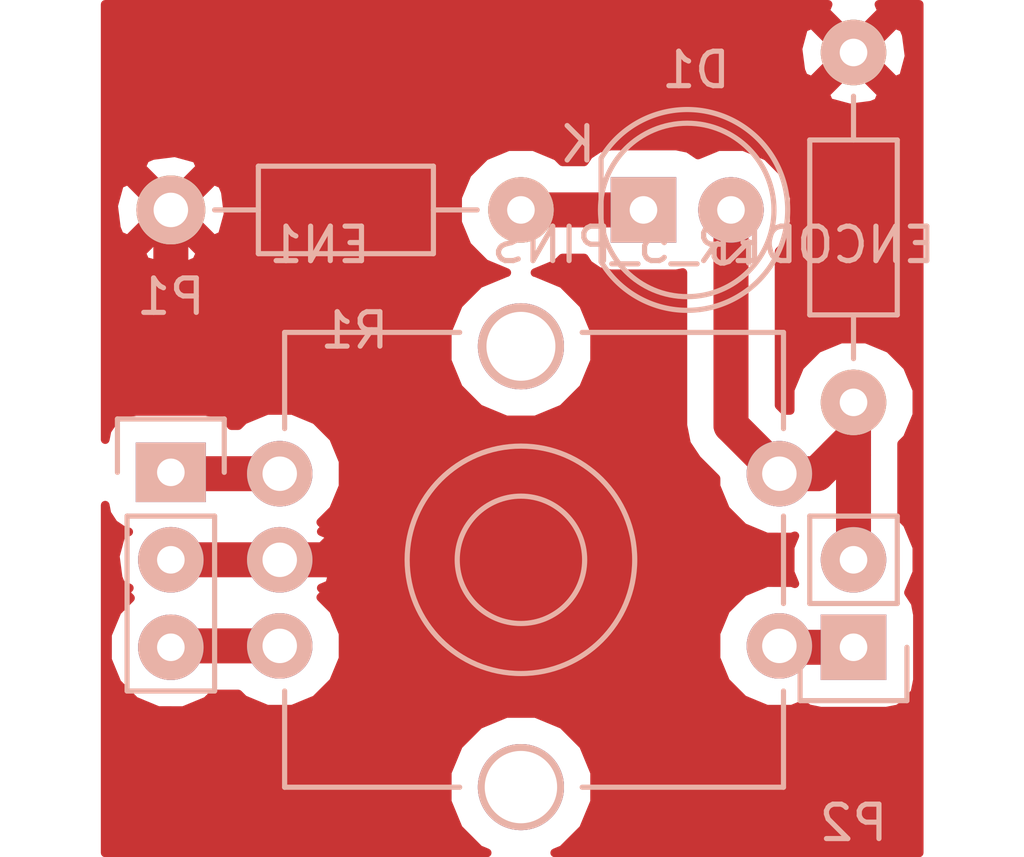
<source format=kicad_pcb>
(kicad_pcb (version 4) (host pcbnew "(2015-07-07 BZR 5906)-product")

  (general
    (links 10)
    (no_connects 0)
    (area 111.169667 87.188 142.322334 112.809)
    (thickness 1.6)
    (drawings 0)
    (tracks 23)
    (zones 0)
    (modules 6)
    (nets 7)
  )

  (page A4)
  (layers
    (0 F.Cu signal)
    (31 B.Cu signal)
    (32 B.Adhes user)
    (33 F.Adhes user)
    (34 B.Paste user)
    (35 F.Paste user)
    (36 B.SilkS user)
    (37 F.SilkS user)
    (38 B.Mask user)
    (39 F.Mask user)
    (40 Dwgs.User user)
    (41 Cmts.User user)
    (42 Eco1.User user)
    (43 Eco2.User user)
    (44 Edge.Cuts user)
    (45 Margin user)
    (46 B.CrtYd user)
    (47 F.CrtYd user)
    (48 B.Fab user)
    (49 F.Fab user)
  )

  (setup
    (last_trace_width 1.016)
    (trace_clearance 0.762)
    (zone_clearance 0.508)
    (zone_45_only no)
    (trace_min 0.2)
    (segment_width 0.2)
    (edge_width 0.1)
    (via_size 0.6)
    (via_drill 0.4)
    (via_min_size 0.4)
    (via_min_drill 0.3)
    (uvia_size 0.3)
    (uvia_drill 0.1)
    (uvias_allowed no)
    (uvia_min_size 0)
    (uvia_min_drill 0)
    (pcb_text_width 0.3)
    (pcb_text_size 1.5 1.5)
    (mod_edge_width 0.15)
    (mod_text_size 1 1)
    (mod_text_width 0.15)
    (pad_size 1.9 1.9)
    (pad_drill 1)
    (pad_to_mask_clearance 0)
    (aux_axis_origin 0 0)
    (visible_elements FFFFFF1F)
    (pcbplotparams
      (layerselection 0x00000_00000001)
      (usegerberextensions false)
      (excludeedgelayer true)
      (linewidth 0.100000)
      (plotframeref false)
      (viasonmask false)
      (mode 1)
      (useauxorigin false)
      (hpglpennumber 1)
      (hpglpenspeed 20)
      (hpglpendiameter 15)
      (hpglpenoverlay 2)
      (psnegative false)
      (psa4output false)
      (plotreference true)
      (plotvalue true)
      (plotinvisibletext false)
      (padsonsilk false)
      (subtractmaskfromsilk false)
      (outputformat 1)
      (mirror false)
      (drillshape 0)
      (scaleselection 1)
      (outputdirectory Gerbers))
  )

  (net 0 "")
  (net 1 "Net-(D1-Pad1)")
  (net 2 "Net-(D1-Pad2)")
  (net 3 "Net-(EN1-Pad1)")
  (net 4 GND)
  (net 5 "Net-(EN1-Pad3)")
  (net 6 "Net-(EN1-Pad4)")

  (net_class Default "This is the default net class."
    (clearance 0.762)
    (trace_width 1.016)
    (via_dia 0.6)
    (via_drill 0.4)
    (uvia_dia 0.3)
    (uvia_drill 0.1)
    (add_net GND)
    (add_net "Net-(D1-Pad1)")
    (add_net "Net-(D1-Pad2)")
    (add_net "Net-(EN1-Pad1)")
    (add_net "Net-(EN1-Pad3)")
    (add_net "Net-(EN1-Pad4)")
  )

  (module LEDs:LED-5MM (layer B.Cu) (tedit 55D44ED8) (tstamp 55D449CE)
    (at 102.616 98.552)
    (descr "LED 5mm round vertical")
    (tags "LED 5mm round vertical")
    (path /55D449BB)
    (fp_text reference D1 (at 1.524 -4.064) (layer B.SilkS)
      (effects (font (size 1 1) (thickness 0.15)) (justify mirror))
    )
    (fp_text value LED (at 1.524 3.937) (layer B.Fab)
      (effects (font (size 1 1) (thickness 0.15)) (justify mirror))
    )
    (fp_line (start -1.5 1.55) (end -1.5 -1.55) (layer B.CrtYd) (width 0.05))
    (fp_arc (start 1.3 0) (end -1.5 -1.55) (angle 302) (layer B.CrtYd) (width 0.05))
    (fp_arc (start 1.27 0) (end -1.23 1.5) (angle -297.5) (layer B.SilkS) (width 0.15))
    (fp_line (start -1.23 -1.5) (end -1.23 1.5) (layer B.SilkS) (width 0.15))
    (fp_circle (center 1.27 0) (end 0.97 2.5) (layer B.SilkS) (width 0.15))
    (fp_text user K (at -1.905 -1.905) (layer B.SilkS)
      (effects (font (size 1 1) (thickness 0.15)) (justify mirror))
    )
    (pad 1 thru_hole rect (at 0 0 270) (size 1.9 1.9) (drill 0.8) (layers *.Cu *.Mask B.SilkS)
      (net 1 "Net-(D1-Pad1)"))
    (pad 2 thru_hole circle (at 2.54 0) (size 1.9 1.9) (drill 0.8) (layers *.Cu *.Mask B.SilkS)
      (net 2 "Net-(D1-Pad2)"))
    (model LEDs.3dshapes/LED-5MM.wrl
      (at (xyz 0.05 0 0))
      (scale (xyz 1 1 1))
      (rotate (xyz 0 0 90))
    )
  )

  (module library:ENCODER_5_PINS (layer B.Cu) (tedit 55D4669C) (tstamp 55D449D9)
    (at 99.06 108.712)
    (path /55D44863)
    (fp_text reference EN1 (at -5.842 -9.144) (layer B.SilkS)
      (effects (font (size 1 1) (thickness 0.15)) (justify mirror))
    )
    (fp_text value ENCODER_5_PINS (at 5.588 -9.144) (layer B.SilkS)
      (effects (font (size 1 1) (thickness 0.15)) (justify mirror))
    )
    (fp_line (start 7.62 6.604) (end 7.62 3.81) (layer B.SilkS) (width 0.15))
    (fp_line (start 7.62 -1.27) (end 7.62 1.27) (layer B.SilkS) (width 0.15))
    (fp_line (start 7.62 -3.81) (end 7.62 -6.604) (layer B.SilkS) (width 0.15))
    (fp_line (start -6.858 -6.604) (end -1.778 -6.604) (layer B.SilkS) (width 0.15))
    (fp_line (start -6.858 -3.81) (end -6.858 -6.604) (layer B.SilkS) (width 0.15))
    (fp_line (start -6.858 6.604) (end -6.858 3.81) (layer B.SilkS) (width 0.15))
    (fp_circle (center 0 0) (end -0.508 1.778) (layer B.SilkS) (width 0.15))
    (fp_circle (center 0 0) (end -1.27 3.048) (layer B.SilkS) (width 0.15))
    (fp_line (start 7.62 -6.604) (end 1.778 -6.604) (layer B.SilkS) (width 0.15))
    (fp_line (start 1.778 6.604) (end 7.62 6.604) (layer B.SilkS) (width 0.15))
    (fp_line (start -6.858 6.604) (end -1.778 6.604) (layer B.SilkS) (width 0.15))
    (pad 1 thru_hole circle (at -7 2.5) (size 1.9 1.9) (drill 1) (layers *.Cu *.Mask B.SilkS)
      (net 3 "Net-(EN1-Pad1)"))
    (pad 2 thru_hole circle (at -7 0) (size 1.9 1.9) (drill 1) (layers *.Cu *.Mask B.SilkS)
      (net 4 GND))
    (pad 3 thru_hole circle (at -7 -2.5) (size 1.9 1.9) (drill 1) (layers *.Cu *.Mask B.SilkS)
      (net 5 "Net-(EN1-Pad3)"))
    (pad 4 thru_hole circle (at 7.5 2.5) (size 1.9 1.9) (drill 1) (layers *.Cu *.Mask B.SilkS)
      (net 6 "Net-(EN1-Pad4)"))
    (pad 5 thru_hole circle (at 7.5 -2.5) (size 1.9 1.9) (drill 1) (layers *.Cu *.Mask B.SilkS)
      (net 2 "Net-(D1-Pad2)"))
    (pad "" np_thru_hole circle (at 0 6.6) (size 2.5 2.5) (drill 2.1) (layers *.Cu *.Mask B.SilkS))
    (pad "" np_thru_hole circle (at 0 -6.2) (size 2.5 2.5) (drill 2) (layers *.Cu *.Mask B.SilkS))
  )

  (module Pin_Headers:Pin_Header_Straight_1x03 (layer B.Cu) (tedit 55D44E52) (tstamp 55D449E0)
    (at 88.9 106.172 180)
    (descr "Through hole pin header")
    (tags "pin header")
    (path /55D448B9)
    (fp_text reference P1 (at 0 5.1 180) (layer B.SilkS)
      (effects (font (size 1 1) (thickness 0.15)) (justify mirror))
    )
    (fp_text value CONN_01X03 (at 0 3.1 180) (layer B.Fab)
      (effects (font (size 1 1) (thickness 0.15)) (justify mirror))
    )
    (fp_line (start -1.75 1.75) (end -1.75 -6.85) (layer B.CrtYd) (width 0.05))
    (fp_line (start 1.75 1.75) (end 1.75 -6.85) (layer B.CrtYd) (width 0.05))
    (fp_line (start -1.75 1.75) (end 1.75 1.75) (layer B.CrtYd) (width 0.05))
    (fp_line (start -1.75 -6.85) (end 1.75 -6.85) (layer B.CrtYd) (width 0.05))
    (fp_line (start -1.27 -1.27) (end -1.27 -6.35) (layer B.SilkS) (width 0.15))
    (fp_line (start -1.27 -6.35) (end 1.27 -6.35) (layer B.SilkS) (width 0.15))
    (fp_line (start 1.27 -6.35) (end 1.27 -1.27) (layer B.SilkS) (width 0.15))
    (fp_line (start 1.55 1.55) (end 1.55 0) (layer B.SilkS) (width 0.15))
    (fp_line (start 1.27 -1.27) (end -1.27 -1.27) (layer B.SilkS) (width 0.15))
    (fp_line (start -1.55 0) (end -1.55 1.55) (layer B.SilkS) (width 0.15))
    (fp_line (start -1.55 1.55) (end 1.55 1.55) (layer B.SilkS) (width 0.15))
    (pad 1 thru_hole rect (at 0 0 180) (size 2.032 1.7272) (drill 0.8) (layers *.Cu *.Mask B.SilkS)
      (net 5 "Net-(EN1-Pad3)"))
    (pad 2 thru_hole circle (at 0 -2.54 180) (size 1.9 1.9) (drill 0.8) (layers *.Cu *.Mask B.SilkS)
      (net 4 GND))
    (pad 3 thru_hole circle (at 0 -5.08 180) (size 1.9 1.9) (drill 0.8) (layers *.Cu *.Mask B.SilkS)
      (net 3 "Net-(EN1-Pad1)"))
    (model Pin_Headers.3dshapes/Pin_Header_Straight_1x03.wrl
      (at (xyz 0 -0.1 0))
      (scale (xyz 1 1 1))
      (rotate (xyz 0 0 90))
    )
  )

  (module Pin_Headers:Pin_Header_Straight_1x02 (layer B.Cu) (tedit 55D44F26) (tstamp 55D449E6)
    (at 108.712 111.252)
    (descr "Through hole pin header")
    (tags "pin header")
    (path /55D44DD7)
    (fp_text reference P2 (at 0 5.1) (layer B.SilkS)
      (effects (font (size 1 1) (thickness 0.15)) (justify mirror))
    )
    (fp_text value CONN_01X02 (at 0 3.1) (layer B.Fab)
      (effects (font (size 1 1) (thickness 0.15)) (justify mirror))
    )
    (fp_line (start 1.27 -1.27) (end 1.27 -3.81) (layer B.SilkS) (width 0.15))
    (fp_line (start 1.55 1.55) (end 1.55 0) (layer B.SilkS) (width 0.15))
    (fp_line (start -1.75 1.75) (end -1.75 -4.3) (layer B.CrtYd) (width 0.05))
    (fp_line (start 1.75 1.75) (end 1.75 -4.3) (layer B.CrtYd) (width 0.05))
    (fp_line (start -1.75 1.75) (end 1.75 1.75) (layer B.CrtYd) (width 0.05))
    (fp_line (start -1.75 -4.3) (end 1.75 -4.3) (layer B.CrtYd) (width 0.05))
    (fp_line (start 1.27 -1.27) (end -1.27 -1.27) (layer B.SilkS) (width 0.15))
    (fp_line (start -1.55 0) (end -1.55 1.55) (layer B.SilkS) (width 0.15))
    (fp_line (start -1.55 1.55) (end 1.55 1.55) (layer B.SilkS) (width 0.15))
    (fp_line (start -1.27 -1.27) (end -1.27 -3.81) (layer B.SilkS) (width 0.15))
    (fp_line (start -1.27 -3.81) (end 1.27 -3.81) (layer B.SilkS) (width 0.15))
    (pad 1 thru_hole rect (at 0 0) (size 1.9 1.9) (drill 0.8) (layers *.Cu *.Mask B.SilkS)
      (net 6 "Net-(EN1-Pad4)"))
    (pad 2 thru_hole circle (at 0 -2.54) (size 1.9 1.9) (drill 0.8) (layers *.Cu *.Mask B.SilkS)
      (net 2 "Net-(D1-Pad2)"))
    (model Pin_Headers.3dshapes/Pin_Header_Straight_1x02.wrl
      (at (xyz 0 -0.05 0))
      (scale (xyz 1 1 1))
      (rotate (xyz 0 0 90))
    )
  )

  (module Resistors_ThroughHole:Resistor_Horizontal_RM10mm (layer B.Cu) (tedit 55D44EC6) (tstamp 55D449EC)
    (at 93.98 98.552)
    (descr "Resistor, Axial,  RM 10mm, 1/3W,")
    (tags "Resistor, Axial, RM 10mm, 1/3W,")
    (path /55D44AB1)
    (fp_text reference R1 (at 0.24892 3.50012) (layer B.SilkS)
      (effects (font (size 1 1) (thickness 0.15)) (justify mirror))
    )
    (fp_text value R (at 3.81 -3.81) (layer B.Fab)
      (effects (font (size 1 1) (thickness 0.15)) (justify mirror))
    )
    (fp_line (start -2.54 1.27) (end 2.54 1.27) (layer B.SilkS) (width 0.15))
    (fp_line (start 2.54 1.27) (end 2.54 -1.27) (layer B.SilkS) (width 0.15))
    (fp_line (start 2.54 -1.27) (end -2.54 -1.27) (layer B.SilkS) (width 0.15))
    (fp_line (start -2.54 -1.27) (end -2.54 1.27) (layer B.SilkS) (width 0.15))
    (fp_line (start -2.54 0) (end -3.81 0) (layer B.SilkS) (width 0.15))
    (fp_line (start 2.54 0) (end 3.81 0) (layer B.SilkS) (width 0.15))
    (pad 1 thru_hole circle (at -5.08 0) (size 1.99898 1.99898) (drill 1.00076) (layers *.Cu *.SilkS *.Mask)
      (net 4 GND))
    (pad 2 thru_hole circle (at 5.08 0) (size 1.9 1.9) (drill 0.8) (layers *.Cu *.SilkS *.Mask)
      (net 1 "Net-(D1-Pad1)"))
    (model Resistors_ThroughHole.3dshapes/Resistor_Horizontal_RM10mm.wrl
      (at (xyz 0 0 0))
      (scale (xyz 0.4 0.4 0.4))
      (rotate (xyz 0 0 0))
    )
  )

  (module Resistors_ThroughHole:Resistor_Horizontal_RM10mm (layer B.Cu) (tedit 55D44F17) (tstamp 55D449F2)
    (at 108.712 99.06 270)
    (descr "Resistor, Axial,  RM 10mm, 1/3W,")
    (tags "Resistor, Axial, RM 10mm, 1/3W,")
    (path /55D44AE4)
    (fp_text reference R2 (at 0.24892 3.50012 270) (layer B.SilkS)
      (effects (font (size 1 1) (thickness 0.15)) (justify mirror))
    )
    (fp_text value R (at 3.81 -3.81 270) (layer B.Fab)
      (effects (font (size 1 1) (thickness 0.15)) (justify mirror))
    )
    (fp_line (start -2.54 1.27) (end 2.54 1.27) (layer B.SilkS) (width 0.15))
    (fp_line (start 2.54 1.27) (end 2.54 -1.27) (layer B.SilkS) (width 0.15))
    (fp_line (start 2.54 -1.27) (end -2.54 -1.27) (layer B.SilkS) (width 0.15))
    (fp_line (start -2.54 -1.27) (end -2.54 1.27) (layer B.SilkS) (width 0.15))
    (fp_line (start -2.54 0) (end -3.81 0) (layer B.SilkS) (width 0.15))
    (fp_line (start 2.54 0) (end 3.81 0) (layer B.SilkS) (width 0.15))
    (pad 1 thru_hole circle (at -5.08 0 270) (size 1.9 1.9) (drill 0.8) (layers *.Cu *.SilkS *.Mask)
      (net 4 GND))
    (pad 2 thru_hole circle (at 5.08 0 270) (size 1.9 1.9) (drill 0.8) (layers *.Cu *.SilkS *.Mask)
      (net 2 "Net-(D1-Pad2)"))
    (model Resistors_ThroughHole.3dshapes/Resistor_Horizontal_RM10mm.wrl
      (at (xyz 0 0 0))
      (scale (xyz 0.4 0.4 0.4))
      (rotate (xyz 0 0 0))
    )
  )

  (segment (start 99.06 98.552) (end 102.616 98.552) (width 1.016) (layer F.Cu) (net 1))
  (segment (start 105.156 98.552) (end 105.156 104.808) (width 1.016) (layer F.Cu) (net 2))
  (segment (start 105.156 104.808) (end 106.56 106.212) (width 1.016) (layer F.Cu) (net 2) (tstamp 55D44D98))
  (segment (start 106.56 106.212) (end 107.656 106.212) (width 1.016) (layer F.Cu) (net 2))
  (segment (start 108.204 105.664) (end 108.712 105.664) (width 1.016) (layer F.Cu) (net 2) (tstamp 55D44D8A))
  (segment (start 108.712 105.156) (end 108.204 105.664) (width 1.016) (layer F.Cu) (net 2) (tstamp 55D44D88))
  (segment (start 107.656 106.212) (end 108.712 105.156) (width 1.016) (layer F.Cu) (net 2) (tstamp 55D44D87))
  (segment (start 108.712 108.712) (end 108.712 105.664) (width 1.016) (layer F.Cu) (net 2))
  (segment (start 108.712 105.664) (end 108.712 104.14) (width 1.016) (layer F.Cu) (net 2) (tstamp 55D44D8B))
  (segment (start 92.06 111.212) (end 88.94 111.212) (width 1.016) (layer F.Cu) (net 3))
  (segment (start 88.94 111.212) (end 88.9 111.252) (width 1.016) (layer F.Cu) (net 3) (tstamp 55D44D90))
  (segment (start 92.06 108.712) (end 93.428 108.712) (width 1.016) (layer F.Cu) (net 4))
  (segment (start 88.9 101.92) (end 88.9 98.552) (width 1.016) (layer F.Cu) (net 4) (tstamp 55D44F5E))
  (segment (start 89.56 102.58) (end 88.9 101.92) (width 1.016) (layer F.Cu) (net 4) (tstamp 55D44F5B))
  (segment (start 92.06 102.58) (end 89.56 102.58) (width 1.016) (layer F.Cu) (net 4) (tstamp 55D44F5A))
  (segment (start 94.56 105.08) (end 92.06 102.58) (width 1.016) (layer F.Cu) (net 4) (tstamp 55D44F59))
  (segment (start 94.56 107.58) (end 94.56 105.08) (width 1.016) (layer F.Cu) (net 4) (tstamp 55D44F58))
  (segment (start 93.428 108.712) (end 94.56 107.58) (width 1.016) (layer F.Cu) (net 4) (tstamp 55D44F57))
  (segment (start 92.06 108.712) (end 88.9 108.712) (width 1.016) (layer F.Cu) (net 4))
  (segment (start 92.06 106.212) (end 88.94 106.212) (width 1.016) (layer F.Cu) (net 5))
  (segment (start 88.94 106.212) (end 88.9 106.172) (width 1.016) (layer F.Cu) (net 5) (tstamp 55D44D93))
  (segment (start 108.712 111.252) (end 106.6 111.252) (width 1.016) (layer F.Cu) (net 6))
  (segment (start 106.6 111.252) (end 106.56 111.212) (width 1.016) (layer F.Cu) (net 6) (tstamp 55D44D8D))

  (zone (net 4) (net_name GND) (layer F.Cu) (tstamp 55D44DB8) (hatch edge 0.508)
    (connect_pads (clearance 0.508))
    (min_thickness 0.254)
    (fill yes (arc_segments 16) (thermal_gap 0.508) (thermal_bridge_width 0.8))
    (polygon
      (pts
        (xy 86.868 112.776) (xy 86.868 117.348) (xy 110.744 117.348) (xy 110.744 92.456) (xy 86.868 92.456)
        (xy 86.868 108.712)
      )
    )
    (filled_polygon
      (pts
        (xy 107.892815 92.774734) (xy 108.712 93.59392) (xy 109.531185 92.774734) (xy 109.449555 92.583) (xy 110.617 92.583)
        (xy 110.617 117.221) (xy 100.041145 117.221) (xy 100.270063 117.126413) (xy 100.872298 116.525228) (xy 101.198627 115.73934)
        (xy 101.19937 114.888393) (xy 100.874413 114.101937) (xy 100.273228 113.499702) (xy 99.48734 113.173373) (xy 98.636393 113.17263)
        (xy 97.849937 113.497587) (xy 97.247702 114.098772) (xy 96.921373 114.88466) (xy 96.92063 115.735607) (xy 97.245587 116.522063)
        (xy 97.846772 117.124298) (xy 98.079656 117.221) (xy 86.995 117.221) (xy 86.995 107.125367) (xy 87.043352 107.374572)
        (xy 87.239057 107.672498) (xy 87.534503 107.871927) (xy 87.676778 107.90046) (xy 87.450911 107.996622) (xy 87.287454 108.605619)
        (xy 87.369491 109.230811) (xy 87.450911 109.427378) (xy 87.694732 109.531184) (xy 87.565996 109.65992) (xy 87.728781 109.822705)
        (xy 87.341881 110.20893) (xy 87.06132 110.884595) (xy 87.060682 111.616195) (xy 87.340063 112.292349) (xy 87.85693 112.810119)
        (xy 88.532595 113.09068) (xy 89.264195 113.091318) (xy 89.940349 112.811937) (xy 90.143641 112.609) (xy 90.856092 112.609)
        (xy 91.01693 112.770119) (xy 91.692595 113.05068) (xy 92.424195 113.051318) (xy 93.100349 112.771937) (xy 93.618119 112.25507)
        (xy 93.89868 111.579405) (xy 93.899318 110.847805) (xy 93.619937 110.171651) (xy 93.251427 109.802497) (xy 93.394004 109.65992)
        (xy 93.265268 109.531184) (xy 93.509089 109.427378) (xy 93.672546 108.818381) (xy 93.590509 108.193189) (xy 93.509089 107.996622)
        (xy 93.265268 107.892816) (xy 93.394004 107.76408) (xy 93.251237 107.621313) (xy 93.618119 107.25507) (xy 93.89868 106.579405)
        (xy 93.899318 105.847805) (xy 93.619937 105.171651) (xy 93.10307 104.653881) (xy 92.427405 104.37332) (xy 91.695805 104.372682)
        (xy 91.019651 104.652063) (xy 90.856429 104.815) (xy 90.655206 104.815) (xy 90.560943 104.671502) (xy 90.265497 104.472073)
        (xy 89.916 104.401983) (xy 87.884 104.401983) (xy 87.545028 104.467752) (xy 87.247102 104.663457) (xy 87.047673 104.958903)
        (xy 86.995 105.221552) (xy 86.995 102.935607) (xy 96.92063 102.935607) (xy 97.245587 103.722063) (xy 97.846772 104.324298)
        (xy 98.63266 104.650627) (xy 99.483607 104.65137) (xy 100.270063 104.326413) (xy 100.872298 103.725228) (xy 101.198627 102.93934)
        (xy 101.19937 102.088393) (xy 100.874413 101.301937) (xy 100.273228 100.699702) (xy 99.48734 100.373373) (xy 99.467667 100.373356)
        (xy 100.100349 100.111937) (xy 100.263571 99.949) (xy 100.896315 99.949) (xy 101.021057 100.138898) (xy 101.316503 100.338327)
        (xy 101.666 100.408417) (xy 103.566 100.408417) (xy 103.759 100.37097) (xy 103.759 104.808) (xy 103.86534 105.342609)
        (xy 104.168172 105.795828) (xy 104.720881 106.348537) (xy 104.720682 106.576195) (xy 105.000063 107.252349) (xy 105.51693 107.770119)
        (xy 106.192595 108.05068) (xy 106.924195 108.051318) (xy 107.009784 108.015953) (xy 106.87332 108.344595) (xy 106.872682 109.076195)
        (xy 107.009544 109.407427) (xy 106.927405 109.37332) (xy 106.195805 109.372682) (xy 105.519651 109.652063) (xy 105.001881 110.16893)
        (xy 104.72132 110.844595) (xy 104.720682 111.576195) (xy 105.000063 112.252349) (xy 105.51693 112.770119) (xy 106.192595 113.05068)
        (xy 106.924195 113.051318) (xy 107.23903 112.921231) (xy 107.412503 113.038327) (xy 107.762 113.108417) (xy 109.662 113.108417)
        (xy 110.000972 113.042648) (xy 110.298898 112.846943) (xy 110.498327 112.551497) (xy 110.568417 112.202) (xy 110.568417 110.302)
        (xy 110.502648 109.963028) (xy 110.30727 109.6656) (xy 110.55068 109.079405) (xy 110.551318 108.347805) (xy 110.271937 107.671651)
        (xy 110.109 107.508429) (xy 110.109 105.343908) (xy 110.270119 105.18307) (xy 110.55068 104.507405) (xy 110.551318 103.775805)
        (xy 110.271937 103.099651) (xy 109.75507 102.581881) (xy 109.079405 102.30132) (xy 108.347805 102.300682) (xy 107.671651 102.580063)
        (xy 107.153881 103.09693) (xy 106.87332 103.772595) (xy 106.872796 104.373272) (xy 106.696775 104.373119) (xy 106.553 104.229344)
        (xy 106.553 99.755908) (xy 106.714119 99.59507) (xy 106.99468 98.919405) (xy 106.995318 98.187805) (xy 106.715937 97.511651)
        (xy 106.19907 96.993881) (xy 105.523405 96.71332) (xy 104.791805 96.712682) (xy 104.199536 96.957402) (xy 103.915497 96.765673)
        (xy 103.566 96.695583) (xy 101.666 96.695583) (xy 101.327028 96.761352) (xy 101.029102 96.957057) (xy 100.895488 97.155)
        (xy 100.263908 97.155) (xy 100.10307 96.993881) (xy 99.427405 96.71332) (xy 98.695805 96.712682) (xy 98.019651 96.992063)
        (xy 97.501881 97.50893) (xy 97.22132 98.184595) (xy 97.220682 98.916195) (xy 97.500063 99.592349) (xy 98.01693 100.110119)
        (xy 98.649153 100.372641) (xy 98.636393 100.37263) (xy 97.849937 100.697587) (xy 97.247702 101.298772) (xy 96.921373 102.08466)
        (xy 96.92063 102.935607) (xy 86.995 102.935607) (xy 86.995 99.793567) (xy 88.044513 99.793567) (xy 88.154543 100.042488)
        (xy 88.781673 100.214306) (xy 89.426817 100.133051) (xy 89.645457 100.042488) (xy 89.755487 99.793567) (xy 88.9 98.93808)
        (xy 88.044513 99.793567) (xy 86.995 99.793567) (xy 86.995 98.433673) (xy 87.237694 98.433673) (xy 87.318949 99.078817)
        (xy 87.409512 99.297457) (xy 87.658433 99.407487) (xy 88.51392 98.552) (xy 89.28608 98.552) (xy 90.141567 99.407487)
        (xy 90.390488 99.297457) (xy 90.562306 98.670327) (xy 90.481051 98.025183) (xy 90.390488 97.806543) (xy 90.141567 97.696513)
        (xy 89.28608 98.552) (xy 88.51392 98.552) (xy 88.51392 98.552) (xy 87.658433 97.696513) (xy 87.409512 97.806543)
        (xy 87.237694 98.433673) (xy 86.995 98.433673) (xy 86.995 97.310433) (xy 88.044513 97.310433) (xy 88.9 98.16592)
        (xy 89.755487 97.310433) (xy 89.645457 97.061512) (xy 89.018327 96.889694) (xy 88.373183 96.970949) (xy 88.154543 97.061512)
        (xy 88.044513 97.310433) (xy 86.995 97.310433) (xy 86.995 95.185266) (xy 107.892815 95.185266) (xy 107.996622 95.429089)
        (xy 108.605619 95.592546) (xy 109.230811 95.510509) (xy 109.427378 95.429089) (xy 109.531185 95.185266) (xy 108.712 94.36608)
        (xy 107.892815 95.185266) (xy 86.995 95.185266) (xy 86.995 93.873619) (xy 107.099454 93.873619) (xy 107.181491 94.498811)
        (xy 107.262911 94.695378) (xy 107.506734 94.799185) (xy 108.32592 93.98) (xy 109.09808 93.98) (xy 109.917266 94.799185)
        (xy 110.161089 94.695378) (xy 110.324546 94.086381) (xy 110.242509 93.461189) (xy 110.161089 93.264622) (xy 109.917266 93.160815)
        (xy 109.09808 93.98) (xy 108.32592 93.98) (xy 108.32592 93.98) (xy 107.506734 93.160815) (xy 107.262911 93.264622)
        (xy 107.099454 93.873619) (xy 86.995 93.873619) (xy 86.995 92.583) (xy 107.974445 92.583) (xy 107.892815 92.774734)
      )
    )
    (filled_polygon
      (pts
        (xy 89.300223 108.697858) (xy 89.28608 108.712) (xy 89.300223 108.726142) (xy 88.914143 109.112223) (xy 88.9 109.09808)
        (xy 88.885858 109.112223) (xy 88.499777 108.726142) (xy 88.51392 108.712) (xy 88.499777 108.697858) (xy 88.885858 108.311778)
        (xy 88.9 108.32592) (xy 88.914143 108.311778) (xy 89.300223 108.697858)
      )
    )
    (filled_polygon
      (pts
        (xy 92.06 108.32592) (xy 92.074143 108.311778) (xy 92.460223 108.697858) (xy 92.44608 108.712) (xy 92.460223 108.726142)
        (xy 92.074142 109.112223) (xy 92.06 109.09808) (xy 92.045858 109.112223) (xy 91.659777 108.726142) (xy 91.67392 108.712)
        (xy 91.659777 108.697858) (xy 92.045858 108.311777) (xy 92.06 108.32592)
      )
    )
  )
)

</source>
